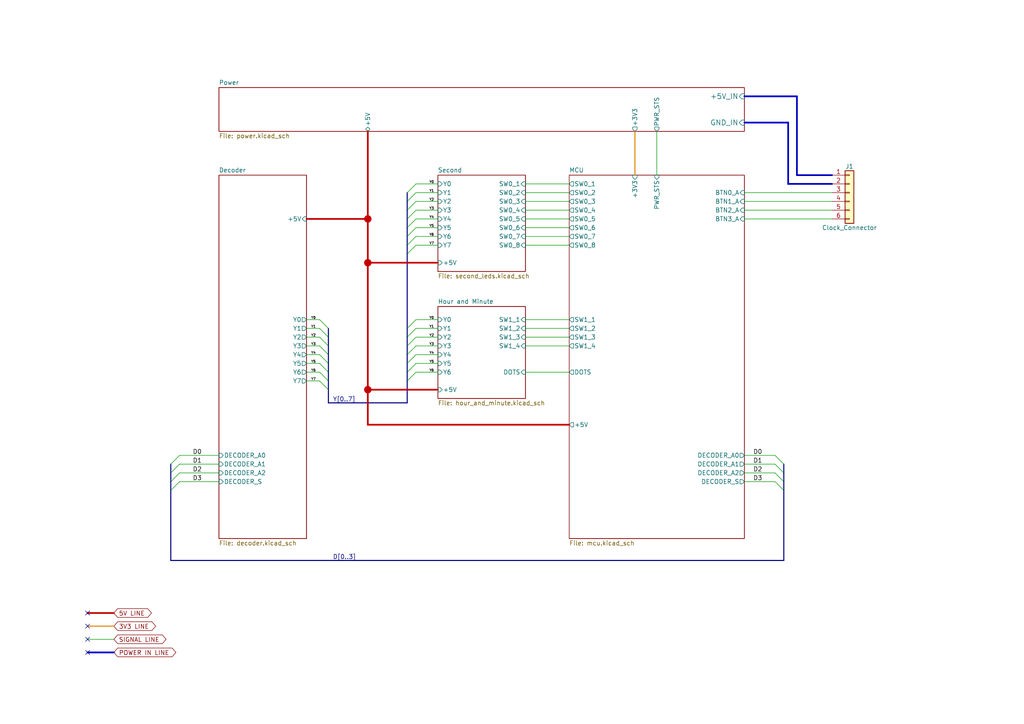
<source format=kicad_sch>
(kicad_sch (version 20211123) (generator eeschema)
  (paper "A4")
  (title_block (title "Digital Clock Schematic") (date "2023-12-09") (rev "1.0") (company "Company Name") (comment 1 ".") (comment 2 ".") (comment 3 ".") (comment 4 "Drawn by Onur Güzel"))
  (lib_symbols
    (symbol "Connector_Generic:Conn_01x06" (pin_names (offset 1.016) hide)
      (property "Reference" "J" (at 0 7.62 0))
      (property "Value" "Conn_01x06" (at 0 -10.16 0))
      (symbol "Conn_01x06_1_1"
        (rectangle (start -1.27 -7.493) (end 0 -7.747) (stroke (width 0.1524)))
        (rectangle (start -1.27 -4.953) (end 0 -5.207) (stroke (width 0.1524)))
        (rectangle (start -1.27 -2.413) (end 0 -2.667) (stroke (width 0.1524)))
        (rectangle (start -1.27 0.127) (end 0 -0.127) (stroke (width 0.1524)))
        (rectangle (start -1.27 2.667) (end 0 2.413) (stroke (width 0.1524)))
        (rectangle (start -1.27 5.207) (end 0 4.953) (stroke (width 0.1524)))
        (rectangle (start -1.27 6.35) (end 1.27 -8.89) (stroke (width 0.254)) (fill (type background)))
        (pin passive line (at -5.08 5.08 0) (length 3.81) (name "Pin_1") (number "1"))
        (pin passive line (at -5.08 2.54 0) (length 3.81) (name "Pin_2") (number "2"))
        (pin passive line (at -5.08 0 0) (length 3.81) (name "Pin_3") (number "3"))
        (pin passive line (at -5.08 -2.54 0) (length 3.81) (name "Pin_4") (number "4"))
        (pin passive line (at -5.08 -5.08 0) (length 3.81) (name "Pin_5") (number "5"))
        (pin passive line (at -5.08 -7.62 0) (length 3.81) (name "Pin_6") (number "6"))
      )
    )
  )
  (junction (at 106.68 63.5) (diameter 2) (color 194 0 0 1))
  (junction (at 106.68 113.03) (diameter 2) (color 194 0 0 1))
  (junction (at 106.68 76.2) (diameter 2) (color 194 0 0 1))
  (no_connect (at 25.4 185.42))
  (no_connect (at 25.4 177.8))
  (no_connect (at 25.4 181.61))
  (no_connect (at 25.4 189.23))
  (bus_entry (at 92.71 95.25) (size 2.54 2.54))
  (bus_entry (at 227.33 139.7) (size -2.54 -2.54))
  (bus_entry (at 118.11 66.04) (size 2.54 -2.54))
  (bus_entry (at 118.11 95.25) (size 2.54 -2.54))
  (bus_entry (at 52.07 139.7) (size -2.54 2.54))
  (bus_entry (at 118.11 71.12) (size 2.54 -2.54))
  (bus_entry (at 118.11 110.49) (size 2.54 -2.54))
  (bus_entry (at 118.11 107.95) (size 2.54 -2.54))
  (bus_entry (at 92.71 102.87) (size 2.54 2.54))
  (bus_entry (at 118.11 63.5) (size 2.54 -2.54))
  (bus_entry (at 52.07 137.16) (size -2.54 2.54))
  (bus_entry (at 227.33 134.62) (size -2.54 -2.54))
  (bus_entry (at 227.33 142.24) (size -2.54 -2.54))
  (bus_entry (at 92.71 100.33) (size 2.54 2.54))
  (bus_entry (at 92.71 105.41) (size 2.54 2.54))
  (bus_entry (at 118.11 73.66) (size 2.54 -2.54))
  (bus_entry (at 118.11 97.79) (size 2.54 -2.54))
  (bus_entry (at 118.11 55.88) (size 2.54 -2.54))
  (bus_entry (at 52.07 132.08) (size -2.54 2.54))
  (bus_entry (at 52.07 134.62) (size -2.54 2.54))
  (bus_entry (at 92.71 97.79) (size 2.54 2.54))
  (bus_entry (at 227.33 137.16) (size -2.54 -2.54))
  (bus_entry (at 118.11 60.96) (size 2.54 -2.54))
  (bus_entry (at 118.11 102.87) (size 2.54 -2.54))
  (bus_entry (at 118.11 68.58) (size 2.54 -2.54))
  (bus_entry (at 92.71 107.95) (size 2.54 2.54))
  (bus_entry (at 92.71 110.49) (size 2.54 2.54))
  (bus_entry (at 118.11 105.41) (size 2.54 -2.54))
  (bus_entry (at 92.71 92.71) (size 2.54 2.54))
  (bus_entry (at 118.11 58.42) (size 2.54 -2.54))
  (bus_entry (at 118.11 100.33) (size 2.54 -2.54))
  (wire (pts (xy 120.65 68.58) (xy 127 68.58)))
  (bus (pts (xy 95.25 113.03) (xy 95.25 116.84)))
  (wire (pts (xy 231.14 50.8) (xy 231.14 27.94)) (stroke (width 0.5) (color 0 0 194 1)))
  (bus (pts (xy 118.11 60.96) (xy 118.11 63.5)))
  (bus (pts (xy 95.25 97.79) (xy 95.25 100.33)))
  (wire (pts (xy 215.9 58.42) (xy 241.3 58.42)))
  (wire (pts (xy 152.4 53.34) (xy 165.1 53.34)))
  (wire (pts (xy 152.4 58.42) (xy 165.1 58.42)))
  (bus (pts (xy 118.11 105.41) (xy 118.11 107.95)))
  (wire (pts (xy 215.9 55.88) (xy 241.3 55.88)))
  (wire (pts (xy 25.4 189.23) (xy 33.02 189.23)) (stroke (width 0.5) (color 0 0 194 1)))
  (bus (pts (xy 95.25 116.84) (xy 118.11 116.84)))
  (wire (pts (xy 120.65 95.25) (xy 127 95.25)))
  (wire (pts (xy 165.1 123.19) (xy 106.68 123.19)) (stroke (width 0.5) (color 194 0 0 1)))
  (wire (pts (xy 106.68 63.5) (xy 88.9 63.5)) (stroke (width 0.5) (color 194 0 0 1)))
  (wire (pts (xy 152.4 71.12) (xy 165.1 71.12)))
  (wire (pts (xy 88.9 92.71) (xy 92.71 92.71)))
  (wire (pts (xy 120.65 105.41) (xy 127 105.41)))
  (wire (pts (xy 241.3 50.8) (xy 231.14 50.8)) (stroke (width 0.5) (color 0 0 194 1)))
  (bus (pts (xy 227.33 139.7) (xy 227.33 142.24)))
  (wire (pts (xy 215.9 137.16) (xy 224.79 137.16)))
  (wire (pts (xy 215.9 60.96) (xy 241.3 60.96)))
  (wire (pts (xy 52.07 132.08) (xy 63.5 132.08)))
  (wire (pts (xy 228.6 35.56) (xy 228.6 53.34)) (stroke (width 0.5) (color 0 0 194 1)))
  (bus (pts (xy 118.11 71.12) (xy 118.11 73.66)))
  (wire (pts (xy 228.6 53.34) (xy 241.3 53.34)) (stroke (width 0.5) (color 0 0 194 1)))
  (bus (pts (xy 118.11 58.42) (xy 118.11 60.96)))
  (wire (pts (xy 120.65 58.42) (xy 127 58.42)))
  (wire (pts (xy 52.07 139.7) (xy 63.5 139.7)))
  (bus (pts (xy 95.25 105.41) (xy 95.25 107.95)))
  (wire (pts (xy 120.65 63.5) (xy 127 63.5)))
  (wire (pts (xy 88.9 107.95) (xy 92.71 107.95)))
  (bus (pts (xy 118.11 55.88) (xy 118.11 58.42)))
  (bus (pts (xy 227.33 137.16) (xy 227.33 139.7)))
  (wire (pts (xy 25.4 177.8) (xy 33.02 177.8)) (stroke (width 0.5) (color 194 0 0 1)))
  (wire (pts (xy 152.4 92.71) (xy 165.1 92.71)))
  (bus (pts (xy 95.25 102.87) (xy 95.25 105.41)))
  (wire (pts (xy 120.65 60.96) (xy 127 60.96)))
  (bus (pts (xy 118.11 97.79) (xy 118.11 100.33)))
  (wire (pts (xy 152.4 97.79) (xy 165.1 97.79)))
  (wire (pts (xy 25.4 185.42) (xy 33.02 185.42)))
  (wire (pts (xy 152.4 100.33) (xy 165.1 100.33)))
  (wire (pts (xy 106.68 76.2) (xy 106.68 63.5)) (stroke (width 0.5) (color 194 0 0 1)))
  (wire (pts (xy 120.65 66.04) (xy 127 66.04)))
  (wire (pts (xy 215.9 63.5) (xy 241.3 63.5)))
  (wire (pts (xy 120.65 71.12) (xy 127 71.12)))
  (wire (pts (xy 52.07 134.62) (xy 63.5 134.62)))
  (wire (pts (xy 152.4 66.04) (xy 165.1 66.04)))
  (bus (pts (xy 118.11 66.04) (xy 118.11 68.58)))
  (bus (pts (xy 118.11 63.5) (xy 118.11 66.04)))
  (bus (pts (xy 227.33 134.62) (xy 227.33 137.16)))
  (bus (pts (xy 118.11 68.58) (xy 118.11 71.12)))
  (bus (pts (xy 49.53 162.56) (xy 227.33 162.56)))
  (wire (pts (xy 152.4 60.96) (xy 165.1 60.96)))
  (bus (pts (xy 49.53 137.16) (xy 49.53 139.7)))
  (wire (pts (xy 127 113.03) (xy 106.68 113.03)) (stroke (width 0.5) (color 194 0 0 1)))
  (wire (pts (xy 120.65 53.34) (xy 127 53.34)))
  (wire (pts (xy 215.9 139.7) (xy 224.79 139.7)))
  (bus (pts (xy 49.53 142.24) (xy 49.53 162.56)))
  (wire (pts (xy 88.9 102.87) (xy 92.71 102.87)))
  (bus (pts (xy 227.33 142.24) (xy 227.33 162.56)))
  (wire (pts (xy 152.4 68.58) (xy 165.1 68.58)))
  (bus (pts (xy 95.25 110.49) (xy 95.25 113.03)))
  (wire (pts (xy 215.9 35.56) (xy 228.6 35.56)) (stroke (width 0.5) (color 0 0 194 1)))
  (bus (pts (xy 95.25 95.25) (xy 95.25 97.79)))
  (wire (pts (xy 152.4 55.88) (xy 165.1 55.88)))
  (bus (pts (xy 95.25 107.95) (xy 95.25 110.49)))
  (bus (pts (xy 118.11 102.87) (xy 118.11 105.41)))
  (wire (pts (xy 120.65 97.79) (xy 127 97.79)))
  (wire (pts (xy 88.9 97.79) (xy 92.71 97.79)))
  (wire (pts (xy 215.9 27.94) (xy 231.14 27.94)) (stroke (width 0.5) (color 0 0 194 1)))
  (wire (pts (xy 88.9 100.33) (xy 92.71 100.33)))
  (wire (pts (xy 120.65 55.88) (xy 127 55.88)))
  (wire (pts (xy 52.07 137.16) (xy 63.5 137.16)))
  (bus (pts (xy 49.53 134.62) (xy 49.53 137.16)))
  (wire (pts (xy 152.4 63.5) (xy 165.1 63.5)))
  (wire (pts (xy 127 76.2) (xy 106.68 76.2)) (stroke (width 0.5) (color 194 0 0 1)))
  (wire (pts (xy 120.65 107.95) (xy 127 107.95)))
  (bus (pts (xy 118.11 95.25) (xy 118.11 97.79)))
  (bus (pts (xy 118.11 73.66) (xy 118.11 95.25)))
  (wire (pts (xy 152.4 95.25) (xy 165.1 95.25)))
  (wire (pts (xy 190.5 38.1) (xy 190.5 50.8)))
  (wire (pts (xy 184.15 38.1) (xy 184.15 50.8)) (stroke (width 0.3) (color 221 133 0 1)))
  (wire (pts (xy 88.9 110.49) (xy 92.71 110.49)))
  (wire (pts (xy 120.65 102.87) (xy 127 102.87)))
  (bus (pts (xy 49.53 139.7) (xy 49.53 142.24)))
  (wire (pts (xy 120.65 100.33) (xy 127 100.33)))
  (wire (pts (xy 215.9 134.62) (xy 224.79 134.62)))
  (bus (pts (xy 95.25 100.33) (xy 95.25 102.87)))
  (wire (pts (xy 88.9 95.25) (xy 92.71 95.25)))
  (wire (pts (xy 106.68 38.1) (xy 106.68 63.5)) (stroke (width 0.5) (color 194 0 0 1)))
  (wire (pts (xy 215.9 132.08) (xy 224.79 132.08)))
  (bus (pts (xy 118.11 107.95) (xy 118.11 110.49)))
  (wire (pts (xy 120.65 92.71) (xy 127 92.71)))
  (bus (pts (xy 118.11 100.33) (xy 118.11 102.87)))
  (wire (pts (xy 152.4 107.95) (xy 165.1 107.95)))
  (wire (pts (xy 106.68 113.03) (xy 106.68 76.2)) (stroke (width 0.5) (color 194 0 0 1)))
  (bus (pts (xy 118.11 110.49) (xy 118.11 116.84)))
  (wire (pts (xy 106.68 123.19) (xy 106.68 113.03)) (stroke (width 0.5) (color 194 0 0 1)))
  (wire (pts (xy 88.9 105.41) (xy 92.71 105.41)))
  (wire (pts (xy 25.4 181.61) (xy 33.02 181.61)) (stroke (width 0.3) (color 221 133 0 1)))
  (label "Y0" (at 124.46 92.71 0) (effects (font (size 0.7 0.7))))
  (label "D[0..3]" (at 96.52 162.56 0))
  (label "Y6" (at 90.17 107.95 0) (effects (font (size 0.7 0.7))))
  (label "D3" (at 55.88 139.7 0))
  (label "Y2" (at 124.46 97.79 0) (effects (font (size 0.7 0.7))))
  (label "Y1" (at 124.46 95.25 0) (effects (font (size 0.7 0.7))))
  (label "D0" (at 55.88 132.08 0))
  (label "Y5" (at 90.17 105.41 0) (effects (font (size 0.7 0.7))))
  (label "Y[0..7]" (at 96.52 116.84 0))
  (label "Y1" (at 124.46 55.88 0) (effects (font (size 0.7 0.7))))
  (label "Y3" (at 90.17 100.33 0) (effects (font (size 0.7 0.7))))
  (label "Y6" (at 124.46 68.58 0) (effects (font (size 0.7 0.7))))
  (label "Y5" (at 124.46 66.04 0) (effects (font (size 0.7 0.7))))
  (label "D1" (at 55.88 134.62 0))
  (label "D3" (at 218.44 139.7 0))
  (label "Y4" (at 124.46 102.87 0) (effects (font (size 0.7 0.7))))
  (label "D0" (at 218.44 132.08 0))
  (label "Y3" (at 124.46 100.33 0) (effects (font (size 0.7 0.7))))
  (label "Y3" (at 124.46 60.96 0) (effects (font (size 0.7 0.7))))
  (label "Y0" (at 124.46 53.34 0) (effects (font (size 0.7 0.7))))
  (label "Y5" (at 124.46 105.41 0) (effects (font (size 0.7 0.7))))
  (label "D2" (at 55.88 137.16 0))
  (label "Y4" (at 124.46 63.5 0) (effects (font (size 0.7 0.7))))
  (label "D1" (at 218.44 134.62 0))
  (label "Y2" (at 90.17 97.79 0) (effects (font (size 0.7 0.7))))
  (label "Y2" (at 124.46 58.42 0) (effects (font (size 0.7 0.7))))
  (label "Y0" (at 90.17 92.71 0) (effects (font (size 0.7 0.7))))
  (label "Y6" (at 124.46 107.95 0) (effects (font (size 0.7 0.7))))
  (label "Y1" (at 90.17 95.25 0) (effects (font (size 0.7 0.7))))
  (label "D2" (at 218.44 137.16 0))
  (label "Y7" (at 124.46 71.12 0) (effects (font (size 0.7 0.7))))
  (label "Y7" (at 90.17 110.49 0) (effects (font (size 0.7 0.7))))
  (label "Y4" (at 90.17 102.87 0) (effects (font (size 0.7 0.7))))
  (global_label "5V LINE" (shape bidirectional) (at 33.02 177.8 0) (property "Intersheet References" "${INTERSHEET_REFS}" (effects hide)))
  (global_label "3V3 LINE" (shape bidirectional) (at 33.02 181.61 0) (property "Intersheet References" "${INTERSHEET_REFS}" (effects hide)))
  (global_label "POWER IN LINE" (shape bidirectional) (at 33.02 189.23 0) (property "Intersheet References" "${INTERSHEET_REFS}" (effects hide)))
  (global_label "SIGNAL LINE" (shape bidirectional) (at 33.02 185.42 0) (property "Intersheet References" "${INTERSHEET_REFS}" (effects hide)))
  (symbol (lib_id "Connector_Generic:Conn_01x06") (at 246.38 55.88 0) (unit 1)
    (property "Reference" "J1" (at 246.38 48.26 0))
    (property "Value" "Clock_Connector" (at 246.38 66.04 0))
    (property "Footprint" "Connector_PinHeader_2.54mm:PinHeader_1x06_P2.54mm_Horizontal" (effects hide))
  )
  (sheet (at 165.1 50.8) (size 50.8 105.41) (stroke (width 0.1524))
    (property "Sheet name" "MCU" (at 165.1 50.0884 0) (effects (justify left bottom)))
    (property "Sheet file" "mcu.kicad_sch" (at 165.1 156.7946 0) (effects (justify left top)))
    (pin "DECODER_A1" output (at 215.9 134.62 0))
    (pin "DECODER_A2" output (at 215.9 137.16 0))
    (pin "DECODER_S" output (at 215.9 139.7 0))
    (pin "DECODER_A0" output (at 215.9 132.08 0))
    (pin "SW0_2" output (at 165.1 55.88 180))
    (pin "SW0_3" output (at 165.1 58.42 180))
    (pin "SW0_1" output (at 165.1 53.34 180))
    (pin "SW0_4" output (at 165.1 60.96 180))
    (pin "SW0_6" output (at 165.1 66.04 180))
    (pin "SW0_5" output (at 165.1 63.5 180))
    (pin "SW0_7" output (at 165.1 68.58 180))
    (pin "SW0_8" output (at 165.1 71.12 180))
    (pin "SW1_1" output (at 165.1 92.71 180))
    (pin "SW1_4" output (at 165.1 100.33 180))
    (pin "SW1_2" output (at 165.1 95.25 180))
    (pin "SW1_3" output (at 165.1 97.79 180))
    (pin "+3V3" input (at 184.15 50.8 90))
    (pin "DOTS" output (at 165.1 107.95 180))
    (pin "PWR_STS" input (at 190.5 50.8 90))
    (pin "BTN0_A" input (at 215.9 55.88 0))
    (pin "BTN1_A" input (at 215.9 58.42 0))
    (pin "BTN2_A" input (at 215.9 60.96 0))
    (pin "BTN3_A" input (at 215.9 63.5 0))
    (pin "+5V" output (at 165.1 123.19 180))
  )
  (sheet (at 127 50.8) (size 25.4 27.94) (stroke (width 0.1524))
    (property "Sheet name" "Second" (at 127 50.0884 0) (effects (justify left bottom)))
    (property "Sheet file" "second_leds.kicad_sch" (at 127 79.3246 0) (effects (justify left top)))
    (pin "Y2" input (at 127 58.42 180))
    (pin "Y3" input (at 127 60.96 180))
    (pin "Y1" input (at 127 55.88 180))
    (pin "Y0" input (at 127 53.34 180))
    (pin "Y7" input (at 127 71.12 180))
    (pin "SW0_1" input (at 152.4 53.34 0))
    (pin "Y4" input (at 127 63.5 180))
    (pin "Y5" input (at 127 66.04 180))
    (pin "Y6" input (at 127 68.58 180))
    (pin "SW0_2" input (at 152.4 55.88 0))
    (pin "SW0_4" input (at 152.4 60.96 0))
    (pin "SW0_8" input (at 152.4 71.12 0))
    (pin "SW0_3" input (at 152.4 58.42 0))
    (pin "SW0_7" input (at 152.4 68.58 0))
    (pin "SW0_6" input (at 152.4 66.04 0))
    (pin "SW0_5" input (at 152.4 63.5 0))
    (pin "+5V" input (at 127 76.2 180))
  )
  (sheet (at 63.5 50.8) (size 25.4 105.41) (stroke (width 0.1524))
    (property "Sheet name" "Decoder" (at 63.5 50.0884 0) (effects (justify left bottom)))
    (property "Sheet file" "decoder.kicad_sch" (at 63.5 156.7946 0) (effects (justify left top)))
    (pin "Y7" output (at 88.9 110.49 0))
    (pin "Y5" output (at 88.9 105.41 0))
    (pin "Y3" output (at 88.9 100.33 0))
    (pin "Y4" output (at 88.9 102.87 0))
    (pin "Y6" output (at 88.9 107.95 0))
    (pin "Y0" output (at 88.9 92.71 0))
    (pin "Y1" output (at 88.9 95.25 0))
    (pin "Y2" output (at 88.9 97.79 0))
    (pin "DECODER_A0" input (at 63.5 132.08 180))
    (pin "DECODER_A2" input (at 63.5 137.16 180))
    (pin "DECODER_A1" input (at 63.5 134.62 180))
    (pin "DECODER_S" input (at 63.5 139.7 180))
    (pin "+5V" input (at 88.9 63.5 0))
  )
  (sheet (at 127 88.9) (size 25.4 26.67) (stroke (width 0.1524))
    (property "Sheet name" "Hour and Minute" (at 127 88.1884 0) (effects (justify left bottom)))
    (property "Sheet file" "hour_and_minute.kicad_sch" (at 127 116.1546 0) (effects (justify left top)))
    (pin "Y0" input (at 127 92.71 180))
    (pin "Y1" input (at 127 95.25 180))
    (pin "Y2" input (at 127 97.79 180))
    (pin "Y5" input (at 127 105.41 180))
    (pin "Y4" input (at 127 102.87 180))
    (pin "Y3" input (at 127 100.33 180))
    (pin "Y6" input (at 127 107.95 180))
    (pin "SW1_1" input (at 152.4 92.71 0))
    (pin "SW1_3" input (at 152.4 97.79 0))
    (pin "SW1_4" input (at 152.4 100.33 0))
    (pin "SW1_2" input (at 152.4 95.25 0))
    (pin "DOTS" input (at 152.4 107.95 0))
    (pin "+5V" input (at 127 113.03 180))
  )
  (sheet (at 63.5 25.4) (size 152.4 12.7) (stroke (width 0.1524))
    (property "Sheet name" "Power" (at 63.5 24.6884 0) (effects (justify left bottom)))
    (property "Sheet file" "power.kicad_sch" (at 63.5 38.6846 0) (effects (justify left top)))
    (pin "+5V" bidirectional (at 106.68 38.1 270))
    (pin "+3V3" output (at 184.15 38.1 270))
    (pin "PWR_STS" output (at 190.5 38.1 270))
    (pin "+5V_IN" input (at 215.9 27.94 0) (effects (font (size 1.5 1.5))))
    (pin "GND_IN" input (at 215.9 35.56 0) (effects (font (size 1.5 1.5))))
  )
)
</source>
